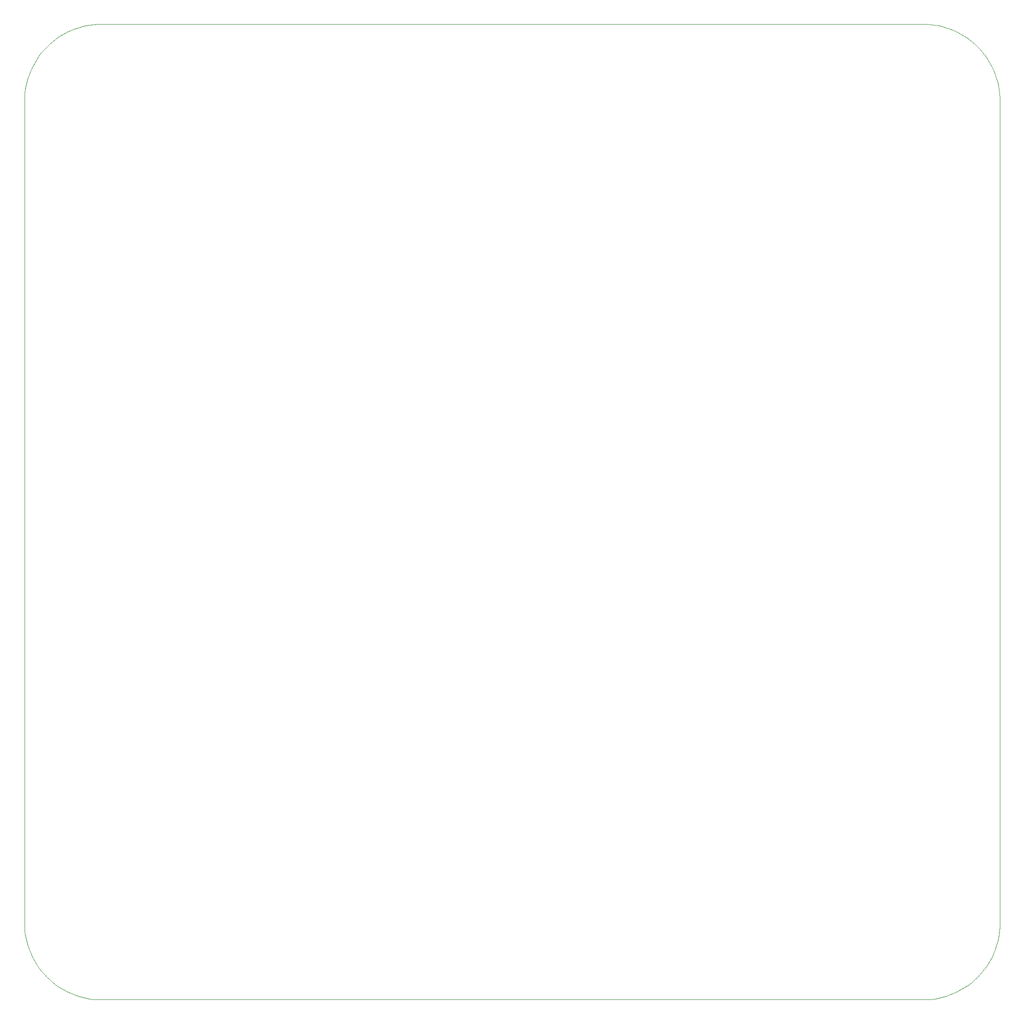
<source format=gbr>
G04 #@! TF.GenerationSoftware,KiCad,Pcbnew,(5.1.9)-1*
G04 #@! TF.CreationDate,2021-02-28T22:53:05+01:00*
G04 #@! TF.ProjectId,DPCM-map,4450434d-2d6d-4617-902e-6b696361645f,rev?*
G04 #@! TF.SameCoordinates,Original*
G04 #@! TF.FileFunction,Profile,NP*
%FSLAX46Y46*%
G04 Gerber Fmt 4.6, Leading zero omitted, Abs format (unit mm)*
G04 Created by KiCad (PCBNEW (5.1.9)-1) date 2021-02-28 22:53:05*
%MOMM*%
%LPD*%
G01*
G04 APERTURE LIST*
G04 #@! TA.AperFunction,Profile*
%ADD10C,0.000155*%
G04 #@! TD*
G04 #@! TA.AperFunction,Profile*
%ADD11C,0.000154*%
G04 #@! TD*
G04 #@! TA.AperFunction,Profile*
%ADD12C,0.000160*%
G04 #@! TD*
G04 APERTURE END LIST*
D10*
X288490000Y-214000120D02*
X288471783Y-214720543D01*
X288471783Y-214720543D02*
X288417719Y-215431511D01*
X288417719Y-215431511D02*
X288328688Y-216132141D01*
X288328688Y-216132141D02*
X288205570Y-216821556D01*
X288205570Y-216821556D02*
X288049243Y-217498875D01*
X288049243Y-217498875D02*
X287860588Y-218163219D01*
X287860588Y-218163219D02*
X287640485Y-218813707D01*
X287640485Y-218813707D02*
X287389812Y-219449461D01*
X287389812Y-219449461D02*
X287109451Y-220069600D01*
X287109451Y-220069600D02*
X286800280Y-220673246D01*
X286800280Y-220673246D02*
X286463178Y-221259517D01*
X286463178Y-221259517D02*
X286099027Y-221827535D01*
X286099027Y-221827535D02*
X285708705Y-222376420D01*
X285708705Y-222376420D02*
X285293093Y-222905292D01*
X285293093Y-222905292D02*
X284853069Y-223413271D01*
X284853069Y-223413271D02*
X284389513Y-223899478D01*
X284389513Y-223899478D02*
X283903306Y-224363034D01*
X283903306Y-224363034D02*
X283395327Y-224803058D01*
X283395327Y-224803058D02*
X282866455Y-225218670D01*
X282866455Y-225218670D02*
X282317570Y-225608992D01*
X282317570Y-225608992D02*
X281749552Y-225973143D01*
X281749552Y-225973143D02*
X281163281Y-226310245D01*
X281163281Y-226310245D02*
X280559635Y-226619416D01*
X280559635Y-226619416D02*
X279939496Y-226899777D01*
X279939496Y-226899777D02*
X279303742Y-227150450D01*
X279303742Y-227150450D02*
X278653254Y-227370553D01*
X278653254Y-227370553D02*
X277988910Y-227559208D01*
X277988910Y-227559208D02*
X277311591Y-227715535D01*
X277311591Y-227715535D02*
X276622176Y-227838653D01*
X276622176Y-227838653D02*
X275921546Y-227927684D01*
X275921546Y-227927684D02*
X275210578Y-227981748D01*
X275210578Y-227981748D02*
X274490155Y-227999965D01*
X274490155Y-50000156D02*
X275210578Y-50018372D01*
X275210578Y-50018372D02*
X275921546Y-50072436D01*
X275921546Y-50072436D02*
X276622176Y-50161467D01*
X276622176Y-50161467D02*
X277311591Y-50284585D01*
X277311591Y-50284585D02*
X277988910Y-50440912D01*
X277988910Y-50440912D02*
X278653254Y-50629567D01*
X278653254Y-50629567D02*
X279303742Y-50849670D01*
X279303742Y-50849670D02*
X279939496Y-51100343D01*
X279939496Y-51100343D02*
X280559635Y-51380704D01*
X280559635Y-51380704D02*
X281163281Y-51689875D01*
X281163281Y-51689875D02*
X281749552Y-52026976D01*
X281749552Y-52026976D02*
X282317570Y-52391128D01*
X282317570Y-52391128D02*
X282866455Y-52781449D01*
X282866455Y-52781449D02*
X283395327Y-53197062D01*
X283395327Y-53197062D02*
X283903306Y-53637086D01*
X283903306Y-53637086D02*
X284389513Y-54100641D01*
X284389513Y-54100641D02*
X284853069Y-54586848D01*
X284853069Y-54586848D02*
X285293093Y-55094828D01*
X285293093Y-55094828D02*
X285708705Y-55623700D01*
X285708705Y-55623700D02*
X286099027Y-56172585D01*
X286099027Y-56172585D02*
X286463178Y-56740602D01*
X286463178Y-56740602D02*
X286800280Y-57326874D01*
X286800280Y-57326874D02*
X287109451Y-57930519D01*
X287109451Y-57930519D02*
X287389812Y-58550658D01*
X287389812Y-58550658D02*
X287640485Y-59186412D01*
X287640485Y-59186412D02*
X287860588Y-59836900D01*
X287860588Y-59836900D02*
X288049243Y-60501244D01*
X288049243Y-60501244D02*
X288205570Y-61178563D01*
X288205570Y-61178563D02*
X288328688Y-61867978D01*
X288328688Y-61867978D02*
X288417719Y-62568608D01*
X288417719Y-62568608D02*
X288471783Y-63279576D01*
X288471783Y-63279576D02*
X288490000Y-64000000D01*
X274490155Y-227999965D02*
X124490036Y-227999965D01*
X124490036Y-50000156D02*
X274490155Y-50000156D01*
X110489838Y-214000120D02*
X110489838Y-64000000D01*
X110489838Y-64000000D02*
X110508055Y-63279576D01*
X110508055Y-63279576D02*
X110562122Y-62568608D01*
X110562122Y-62568608D02*
X110651158Y-61867978D01*
X110651158Y-61867978D02*
X110774283Y-61178563D01*
X110774283Y-61178563D02*
X110930617Y-60501244D01*
X110930617Y-60501244D02*
X111119281Y-59836900D01*
X111119281Y-59836900D02*
X111339396Y-59186412D01*
X111339396Y-59186412D02*
X111590080Y-58550658D01*
X111590080Y-58550658D02*
X111870454Y-57930519D01*
X111870454Y-57930519D02*
X112179639Y-57326874D01*
X112179639Y-57326874D02*
X112516755Y-56740602D01*
X112516755Y-56740602D02*
X112880921Y-56172585D01*
X112880921Y-56172585D02*
X113271259Y-55623700D01*
X113271259Y-55623700D02*
X113686888Y-55094828D01*
X113686888Y-55094828D02*
X114126928Y-54586848D01*
X114126928Y-54586848D02*
X114590500Y-54100641D01*
X114590500Y-54100641D02*
X115076724Y-53637086D01*
X115076724Y-53637086D02*
X115584719Y-53197062D01*
X115584719Y-53197062D02*
X116113608Y-52781449D01*
X116113608Y-52781449D02*
X116662508Y-52391128D01*
X116662508Y-52391128D02*
X117230541Y-52026976D01*
X117230541Y-52026976D02*
X117816827Y-51689875D01*
X117816827Y-51689875D02*
X118420486Y-51380704D01*
X118420486Y-51380704D02*
X119040638Y-51100343D01*
X119040638Y-51100343D02*
X119676404Y-50849670D01*
X119676404Y-50849670D02*
X120326903Y-50629567D01*
X120326903Y-50629567D02*
X120991256Y-50440912D01*
X120991256Y-50440912D02*
X121668583Y-50284585D01*
X121668583Y-50284585D02*
X122358005Y-50161467D01*
X122358005Y-50161467D02*
X123058640Y-50072436D01*
X123058640Y-50072436D02*
X123769610Y-50018372D01*
X123769610Y-50018372D02*
X124490036Y-50000156D01*
X124490036Y-227999965D02*
X123769610Y-227981748D01*
X123769610Y-227981748D02*
X123058640Y-227927684D01*
X123058640Y-227927684D02*
X122358005Y-227838653D01*
X122358005Y-227838653D02*
X121668583Y-227715535D01*
X121668583Y-227715535D02*
X120991256Y-227559208D01*
X120991256Y-227559208D02*
X120326903Y-227370553D01*
X120326903Y-227370553D02*
X119676404Y-227150450D01*
X119676404Y-227150450D02*
X119040638Y-226899777D01*
X119040638Y-226899777D02*
X118420486Y-226619416D01*
X118420486Y-226619416D02*
X117816827Y-226310245D01*
X117816827Y-226310245D02*
X117230541Y-225973143D01*
X117230541Y-225973143D02*
X116662508Y-225608992D01*
X116662508Y-225608992D02*
X116113608Y-225218670D01*
X116113608Y-225218670D02*
X115584719Y-224803058D01*
X115584719Y-224803058D02*
X115076724Y-224363034D01*
X115076724Y-224363034D02*
X114590500Y-223899478D01*
X114590500Y-223899478D02*
X114126928Y-223413271D01*
X114126928Y-223413271D02*
X113686888Y-222905292D01*
X113686888Y-222905292D02*
X113271259Y-222376420D01*
X113271259Y-222376420D02*
X112880921Y-221827535D01*
X112880921Y-221827535D02*
X112516755Y-221259517D01*
X112516755Y-221259517D02*
X112179639Y-220673246D01*
X112179639Y-220673246D02*
X111870454Y-220069600D01*
X111870454Y-220069600D02*
X111590080Y-219449461D01*
X111590080Y-219449461D02*
X111339396Y-218813707D01*
X111339396Y-218813707D02*
X111119281Y-218163219D01*
X111119281Y-218163219D02*
X110930617Y-217498875D01*
X110930617Y-217498875D02*
X110774283Y-216821556D01*
X110774283Y-216821556D02*
X110651158Y-216132141D01*
X110651158Y-216132141D02*
X110562122Y-215431511D01*
X110562122Y-215431511D02*
X110508055Y-214720543D01*
X110508055Y-214720543D02*
X110489838Y-214000120D01*
X288490000Y-64000000D02*
X288490000Y-214000120D01*
D11*
D12*
M02*

</source>
